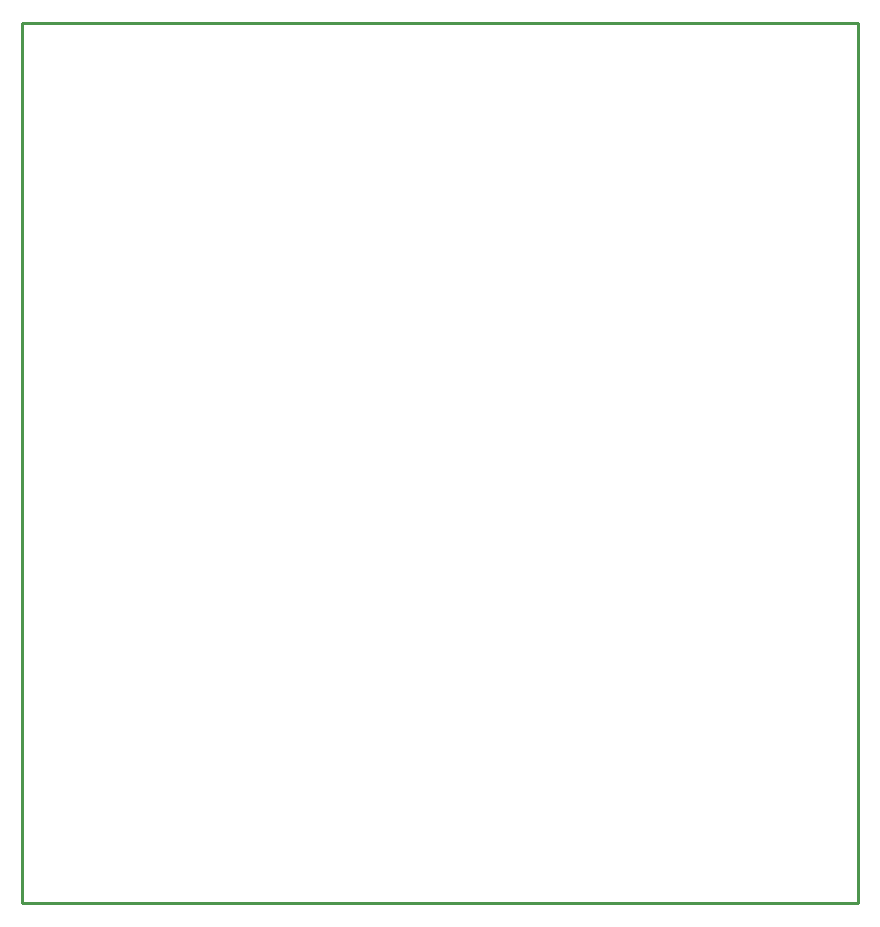
<source format=gko>
G04*
G04 #@! TF.GenerationSoftware,Altium Limited,Altium Designer,23.8.1 (32)*
G04*
G04 Layer_Color=16711935*
%FSLAX25Y25*%
%MOIN*%
G70*
G04*
G04 #@! TF.SameCoordinates,520AAA89-0166-4477-BFE6-35E59259A02F*
G04*
G04*
G04 #@! TF.FilePolarity,Positive*
G04*
G01*
G75*
%ADD14C,0.01000*%
%ADD56C,0.01000*%
D14*
X0Y500D02*
X2500D01*
X0D02*
Y3000D01*
X2500Y500D02*
X278500D01*
Y137000D01*
Y139000D01*
Y137000D02*
Y294000D01*
X260000D02*
X278500D01*
X0D02*
X260000D01*
X0Y292000D02*
Y294000D01*
Y205000D02*
Y292000D01*
Y3000D02*
Y205000D01*
D56*
Y500D02*
D03*
M02*

</source>
